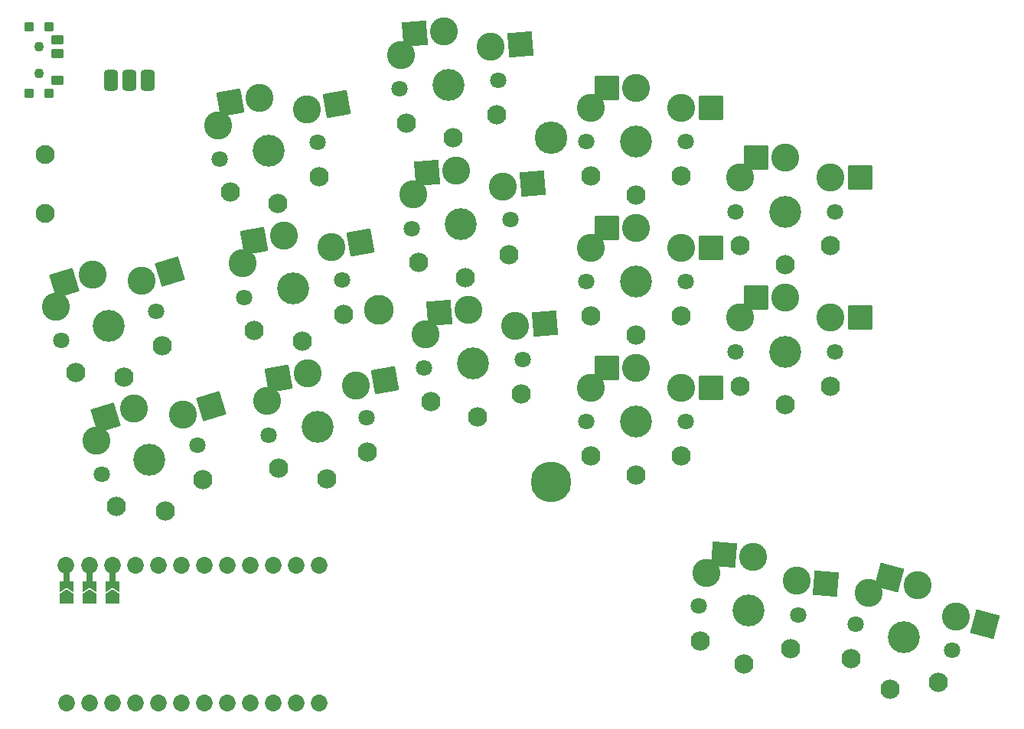
<source format=gbr>
%TF.GenerationSoftware,KiCad,Pcbnew,(6.0.4-0)*%
%TF.CreationDate,2022-06-15T11:08:27+02:00*%
%TF.ProjectId,battoota_min,62617474-6f6f-4746-915f-6d696e2e6b69,v1.0.0*%
%TF.SameCoordinates,Original*%
%TF.FileFunction,Soldermask,Bot*%
%TF.FilePolarity,Negative*%
%FSLAX46Y46*%
G04 Gerber Fmt 4.6, Leading zero omitted, Abs format (unit mm)*
G04 Created by KiCad (PCBNEW (6.0.4-0)) date 2022-06-15 11:08:27*
%MOMM*%
%LPD*%
G01*
G04 APERTURE LIST*
G04 Aperture macros list*
%AMRoundRect*
0 Rectangle with rounded corners*
0 $1 Rounding radius*
0 $2 $3 $4 $5 $6 $7 $8 $9 X,Y pos of 4 corners*
0 Add a 4 corners polygon primitive as box body*
4,1,4,$2,$3,$4,$5,$6,$7,$8,$9,$2,$3,0*
0 Add four circle primitives for the rounded corners*
1,1,$1+$1,$2,$3*
1,1,$1+$1,$4,$5*
1,1,$1+$1,$6,$7*
1,1,$1+$1,$8,$9*
0 Add four rect primitives between the rounded corners*
20,1,$1+$1,$2,$3,$4,$5,0*
20,1,$1+$1,$4,$5,$6,$7,0*
20,1,$1+$1,$6,$7,$8,$9,0*
20,1,$1+$1,$8,$9,$2,$3,0*%
%AMFreePoly0*
4,1,16,0.535355,0.785355,0.550000,0.750000,0.550000,-0.750000,0.535355,-0.785355,0.500000,-0.800000,-0.650000,-0.800000,-0.685355,-0.785355,-0.700000,-0.750000,-0.691603,-0.722265,-0.210093,0.000000,-0.691603,0.722265,-0.699029,0.759806,-0.677735,0.791603,-0.650000,0.800000,0.500000,0.800000,0.535355,0.785355,0.535355,0.785355,$1*%
%AMFreePoly1*
4,1,16,0.535355,0.785355,0.541603,0.777735,1.041603,0.027735,1.049029,-0.009806,1.041603,-0.027735,0.541603,-0.777735,0.509806,-0.799029,0.500000,-0.800000,-0.500000,-0.800000,-0.535355,-0.785355,-0.550000,-0.750000,-0.550000,0.750000,-0.535355,0.785355,-0.500000,0.800000,0.500000,0.800000,0.535355,0.785355,0.535355,0.785355,$1*%
G04 Aperture macros list end*
%ADD10RoundRect,0.425000X-0.375000X-0.750000X0.375000X-0.750000X0.375000X0.750000X-0.375000X0.750000X0*%
%ADD11RoundRect,0.050000X0.450000X-0.450000X0.450000X0.450000X-0.450000X0.450000X-0.450000X-0.450000X0*%
%ADD12C,1.100000*%
%ADD13RoundRect,0.050000X0.625000X-0.450000X0.625000X0.450000X-0.625000X0.450000X-0.625000X-0.450000X0*%
%ADD14C,2.100000*%
%ADD15C,3.600000*%
%ADD16C,4.500000*%
%ADD17C,3.300000*%
%ADD18C,1.801800*%
%ADD19C,3.100000*%
%ADD20C,3.529000*%
%ADD21C,2.132000*%
%ADD22RoundRect,0.050000X-1.592168X-0.919239X0.919239X-1.592168X1.592168X0.919239X-0.919239X1.592168X0*%
%ADD23RoundRect,0.050000X-1.054507X-1.505993X1.505993X-1.054507X1.054507X1.505993X-1.505993X1.054507X0*%
%ADD24RoundRect,0.050000X-1.408356X-1.181751X1.181751X-1.408356X1.408356X1.181751X-1.181751X1.408356X0*%
%ADD25RoundRect,0.050000X-0.863113X-1.623279X1.623279X-0.863113X0.863113X1.623279X-1.623279X0.863113X0*%
%ADD26RoundRect,0.050000X-1.181751X-1.408356X1.408356X-1.181751X1.181751X1.408356X-1.408356X1.181751X0*%
%ADD27RoundRect,0.050000X-1.300000X-1.300000X1.300000X-1.300000X1.300000X1.300000X-1.300000X1.300000X0*%
%ADD28C,1.852600*%
%ADD29FreePoly0,90.000000*%
%ADD30RoundRect,0.050000X-0.250000X-0.762000X0.250000X-0.762000X0.250000X0.762000X-0.250000X0.762000X0*%
%ADD31FreePoly1,90.000000*%
G04 APERTURE END LIST*
D10*
%TO.C,PAD1*%
X203035346Y-66324116D03*
X205035346Y-66324116D03*
X207035346Y-66324116D03*
%TD*%
D11*
%TO.C,T2*%
X193921762Y-60365501D03*
X193921762Y-67765501D03*
X196121762Y-60365501D03*
X196121762Y-67765501D03*
D12*
X195021762Y-65565501D03*
X195021762Y-62565501D03*
D13*
X197096762Y-66315501D03*
X197096762Y-63315501D03*
X197096762Y-61815501D03*
%TD*%
D14*
%TO.C,B1*%
X195707000Y-74549000D03*
X195707000Y-81049000D03*
%TD*%
D15*
%TO.C,*%
X251714000Y-72644000D03*
D16*
X251714000Y-110744000D03*
D17*
X232664000Y-91694000D03*
%TD*%
D18*
%TO.C,S15*%
X285392330Y-126545665D03*
D19*
X292244895Y-122221911D03*
X286845864Y-123052854D03*
X296505122Y-125641044D03*
D18*
X296017514Y-129392675D03*
D20*
X290704922Y-127969170D03*
D21*
X284891780Y-130345593D03*
D22*
X289081487Y-121374279D03*
D21*
X294551039Y-132933783D03*
D22*
X299668529Y-126488677D03*
D21*
X289177890Y-133668132D03*
%TD*%
D19*
%TO.C,S3*%
X220245653Y-101795343D03*
D20*
X225820872Y-104620130D03*
D19*
X224787665Y-98760524D03*
D18*
X231237315Y-103665065D03*
X220404429Y-105575195D03*
D19*
X230093730Y-100058861D03*
D21*
X231404774Y-107494159D03*
D23*
X221562419Y-99329222D03*
D21*
X221556696Y-109230640D03*
D23*
X233318976Y-99490163D03*
D21*
X226845396Y-110430496D03*
%TD*%
D19*
%TO.C,S14*%
X274049552Y-119062706D03*
D20*
X273530975Y-124990064D03*
D18*
X279010046Y-125469421D03*
D19*
X268876835Y-120818556D03*
X278838782Y-121690114D03*
D18*
X268051904Y-124510707D03*
D21*
X278180757Y-129211383D03*
D24*
X270787013Y-118777270D03*
D21*
X268218810Y-128339825D03*
X273016756Y-130867613D03*
D24*
X282101320Y-121975549D03*
%TD*%
D20*
%TO.C,S1*%
X207276192Y-108339872D03*
D19*
X210961322Y-103291872D03*
X201398275Y-106215589D03*
D18*
X212535868Y-106731828D03*
X202016516Y-109947916D03*
D19*
X205536580Y-102649859D03*
D25*
X202404681Y-103607376D03*
D21*
X203605681Y-113435689D03*
X213168728Y-110511972D03*
X209001185Y-113982070D03*
D25*
X214093220Y-102334354D03*
%TD*%
D20*
%TO.C,S6*%
X243074061Y-97674062D03*
D18*
X237594990Y-98153419D03*
D19*
X237766254Y-94374112D03*
X242555484Y-91746704D03*
X247728201Y-93502554D03*
D18*
X248553132Y-97194705D03*
D21*
X248386226Y-101023823D03*
X238424279Y-101895381D03*
D26*
X239292946Y-92032139D03*
X250990738Y-93217119D03*
D21*
X243588280Y-103551611D03*
%TD*%
D18*
%TO.C,S5*%
X225854222Y-73136025D03*
D19*
X214862560Y-71266303D03*
X224710637Y-69529821D03*
D20*
X220437779Y-74091090D03*
D19*
X219404572Y-68231484D03*
D18*
X215021336Y-75046155D03*
D21*
X226021681Y-76965119D03*
X216173603Y-78701600D03*
D23*
X216179326Y-68800182D03*
X227935883Y-68961123D03*
D21*
X221462303Y-79901456D03*
%TD*%
D18*
%TO.C,S13*%
X283112000Y-80832000D03*
X272112000Y-80832000D03*
D19*
X277612000Y-74882000D03*
D20*
X277612000Y-80832000D03*
D19*
X272612000Y-77082001D03*
X282612000Y-77082001D03*
D27*
X274336999Y-74882000D03*
D21*
X282612000Y-84632000D03*
X272612000Y-84632000D03*
D27*
X285887000Y-77082001D03*
D21*
X277612000Y-86732000D03*
%TD*%
D19*
%TO.C,S11*%
X261112000Y-67132000D03*
D18*
X266612000Y-73082000D03*
D19*
X266112000Y-69332001D03*
D20*
X261112000Y-73082000D03*
D18*
X255612000Y-73082000D03*
D19*
X256112000Y-69332001D03*
D21*
X256112000Y-76882000D03*
D27*
X257836999Y-67132000D03*
D21*
X266112000Y-76882000D03*
X261112000Y-78982000D03*
D27*
X269387000Y-69332001D03*
%TD*%
D18*
%TO.C,S12*%
X283112000Y-96332000D03*
D20*
X277612000Y-96332000D03*
D18*
X272112000Y-96332000D03*
D19*
X277612000Y-90382000D03*
X282612000Y-92582001D03*
X272612000Y-92582001D03*
D21*
X282612000Y-100132000D03*
X272612000Y-100132000D03*
D27*
X274336999Y-90382000D03*
D21*
X277612000Y-102232000D03*
D27*
X285887000Y-92582001D03*
%TD*%
D19*
%TO.C,S8*%
X239853655Y-60864668D03*
D20*
X240372232Y-66792026D03*
D18*
X234893161Y-67271383D03*
X245851303Y-66312669D03*
D19*
X245026372Y-62620518D03*
X235064425Y-63492076D03*
D21*
X245684397Y-70141787D03*
X235722450Y-71013345D03*
D26*
X236591117Y-61150103D03*
X248288909Y-62335083D03*
D21*
X240886451Y-72669575D03*
%TD*%
D20*
%TO.C,S9*%
X261112000Y-104082000D03*
D19*
X266112000Y-100332001D03*
X261112000Y-98132000D03*
D18*
X266612000Y-104082000D03*
D19*
X256112000Y-100332001D03*
D18*
X255612000Y-104082000D03*
D27*
X257836999Y-98132000D03*
D21*
X266112000Y-107882000D03*
X256112000Y-107882000D03*
D27*
X269387000Y-100332001D03*
D21*
X261112000Y-109982000D03*
%TD*%
D19*
%TO.C,S10*%
X266112000Y-84832001D03*
D20*
X261112000Y-88582000D03*
D19*
X256112000Y-84832001D03*
D18*
X266612000Y-88582000D03*
D19*
X261112000Y-82632000D03*
D18*
X255612000Y-88582000D03*
D27*
X257836999Y-82632000D03*
D21*
X266112000Y-92382000D03*
X256112000Y-92382000D03*
D27*
X269387000Y-84832001D03*
D21*
X261112000Y-94482000D03*
%TD*%
D19*
%TO.C,S2*%
X196866514Y-91392865D03*
D18*
X197484755Y-95125192D03*
D19*
X206429561Y-88469148D03*
X201004819Y-87827135D03*
D18*
X208004107Y-91909104D03*
D20*
X202744431Y-93517148D03*
D25*
X197872920Y-88784652D03*
D21*
X208636967Y-95689248D03*
X199073920Y-98612965D03*
X204469424Y-99159346D03*
D25*
X209561459Y-87511630D03*
%TD*%
D18*
%TO.C,S4*%
X228545768Y-88400545D03*
X217712882Y-90310675D03*
D20*
X223129325Y-89355610D03*
D19*
X227402183Y-84794341D03*
X222096118Y-83496004D03*
X217554106Y-86530823D03*
D21*
X228713227Y-92229639D03*
D23*
X218870872Y-84064702D03*
D21*
X218865149Y-93966120D03*
X224153849Y-95165976D03*
D23*
X230627429Y-84225643D03*
%TD*%
D18*
%TO.C,S7*%
X247202218Y-81753687D03*
D19*
X241204570Y-76305686D03*
X236415340Y-78933094D03*
D20*
X241723147Y-82233044D03*
D19*
X246377287Y-78061536D03*
D18*
X236244076Y-82712401D03*
D21*
X247035312Y-85582805D03*
X237073365Y-86454363D03*
D26*
X237942032Y-76591121D03*
X249639824Y-77776101D03*
D21*
X242237366Y-88110593D03*
%TD*%
D28*
%TO.C,MCU1*%
X203200000Y-120015000D03*
X198036254Y-120015000D03*
X200660000Y-120015000D03*
X203200000Y-135255000D03*
X200660000Y-135255000D03*
D29*
X200660000Y-122271477D03*
D30*
X200660000Y-121346477D03*
D29*
X203200000Y-122271477D03*
D30*
X203200000Y-121346477D03*
D29*
X198120000Y-122271477D03*
D30*
X198120000Y-121346477D03*
D28*
X198120000Y-135255000D03*
D31*
X198120000Y-123721477D03*
X200660000Y-123721477D03*
X203200000Y-123721477D03*
D28*
X205740000Y-120015000D03*
X208280000Y-120015000D03*
X210820000Y-120015000D03*
X213360000Y-120015000D03*
X215900000Y-120015000D03*
X218440000Y-120015000D03*
X220980000Y-120015000D03*
X223520000Y-120015000D03*
X226060000Y-120015000D03*
X205740000Y-135255000D03*
X208280000Y-135255000D03*
X210820000Y-135255000D03*
X213360000Y-135255000D03*
X215900000Y-135255000D03*
X218440000Y-135255000D03*
X220980000Y-135255000D03*
X223520000Y-135255000D03*
X226060000Y-135255000D03*
%TD*%
M02*

</source>
